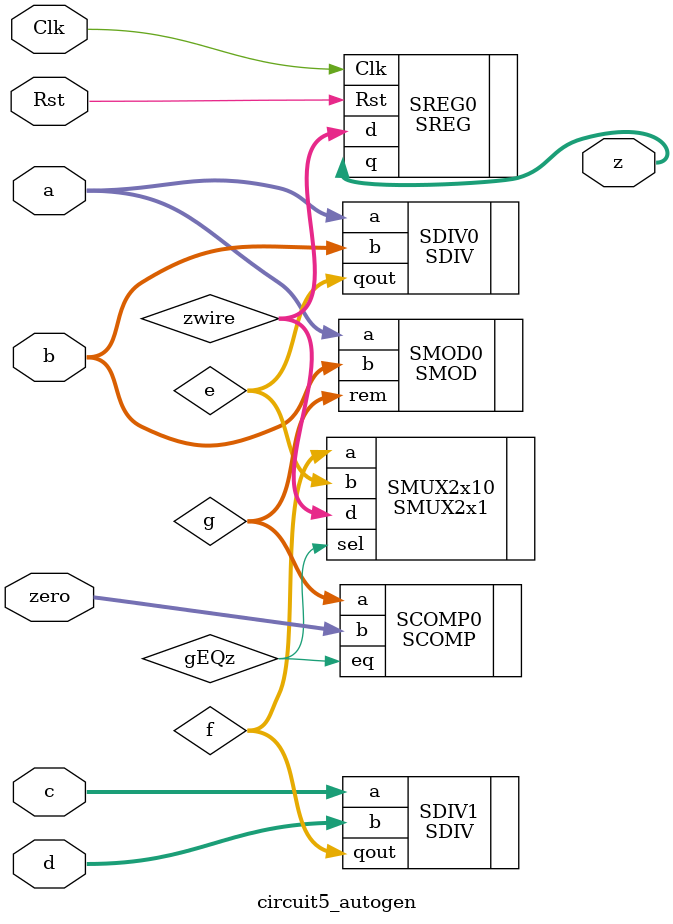
<source format=v>
`timescale 1ns/1ns

module circuit5_autogen(a, b, c, d, zero, z, Clk, Rst);

    input signed [63:0] a;
    input signed [63:0] b;
    input signed [63:0] c;
    input signed [63:0] d;
    input signed [63:0] zero;
    input Clk;
    input Rst;

    output signed [63:0] z;

    wire signed [63:0] e;
    wire signed [63:0] f;
    wire signed [63:0] g;
    wire signed [63:0] zwire;
    wire gEQz;

    SDIV #(.DATAWIDTH(64)) SDIV0(.a(a), .b(b), .qout(e));
    SDIV #(.DATAWIDTH(64)) SDIV1(.a(c), .b(d), .qout(f));
    SMOD #(.DATAWIDTH(64)) SMOD0(.a(a), .b(b), .rem(g));
    SCOMP #(.DATAWIDTH(64)) SCOMP0(.a(g), .b(zero), .eq(gEQz));
    SMUX2x1 #(.DATAWIDTH(64)) SMUX2x10(.a(f), .b(e), .sel(gEQz), .d(zwire));
    SREG #(.DATAWIDTH(64)) SREG0(.Clk(Clk), .Rst(Rst), .d(zwire), .q(z));

endmodule

</source>
